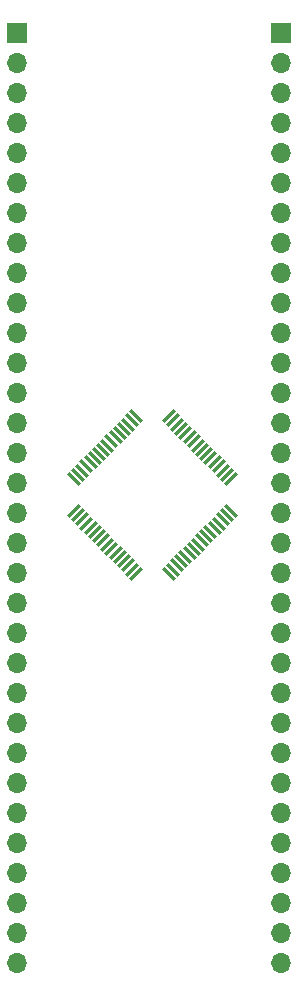
<source format=gbr>
%TF.GenerationSoftware,KiCad,Pcbnew,7.0.5*%
%TF.CreationDate,2023-07-24T11:34:01-05:00*%
%TF.ProjectId,AcoplePic32,41636f70-6c65-4506-9963-33322e6b6963,rev?*%
%TF.SameCoordinates,Original*%
%TF.FileFunction,Soldermask,Top*%
%TF.FilePolarity,Negative*%
%FSLAX46Y46*%
G04 Gerber Fmt 4.6, Leading zero omitted, Abs format (unit mm)*
G04 Created by KiCad (PCBNEW 7.0.5) date 2023-07-24 11:34:01*
%MOMM*%
%LPD*%
G01*
G04 APERTURE LIST*
G04 Aperture macros list*
%AMRotRect*
0 Rectangle, with rotation*
0 The origin of the aperture is its center*
0 $1 length*
0 $2 width*
0 $3 Rotation angle, in degrees counterclockwise*
0 Add horizontal line*
21,1,$1,$2,0,0,$3*%
G04 Aperture macros list end*
%ADD10R,1.700000X1.700000*%
%ADD11O,1.700000X1.700000*%
%ADD12RotRect,0.279400X1.346200X45.000000*%
%ADD13RotRect,0.279400X1.346200X315.000000*%
G04 APERTURE END LIST*
D10*
%TO.C,J1*%
X110869709Y-51898058D03*
D11*
X110869709Y-54438058D03*
X110869709Y-56978058D03*
X110869709Y-59518058D03*
X110869709Y-62058058D03*
X110869709Y-64598058D03*
X110869709Y-67138058D03*
X110869709Y-69678058D03*
X110869709Y-72218058D03*
X110869709Y-74758058D03*
X110869709Y-77298058D03*
X110869709Y-79838058D03*
X110869709Y-82378058D03*
X110869709Y-84918058D03*
X110869709Y-87458058D03*
X110869709Y-89998058D03*
X110869709Y-92538058D03*
X110869709Y-95078058D03*
X110869709Y-97618058D03*
X110869709Y-100158058D03*
X110869709Y-102698058D03*
X110869709Y-105238058D03*
X110869709Y-107778058D03*
X110869709Y-110318058D03*
X110869709Y-112858058D03*
X110869709Y-115398058D03*
X110869709Y-117938058D03*
X110869709Y-120478058D03*
X110869709Y-123018058D03*
X110869709Y-125558058D03*
X110869709Y-128098058D03*
X110869709Y-130638058D03*
%TD*%
%TO.C,J3*%
X133169709Y-130638058D03*
X133169709Y-128098058D03*
X133169709Y-125558058D03*
X133169709Y-123018058D03*
X133169709Y-120478058D03*
X133169709Y-117938058D03*
X133169709Y-115398058D03*
X133169709Y-112858058D03*
X133169709Y-110318058D03*
X133169709Y-107778058D03*
X133169709Y-105238058D03*
X133169709Y-102698058D03*
X133169709Y-100158058D03*
X133169709Y-97618058D03*
X133169709Y-95078058D03*
X133169709Y-92538058D03*
X133169709Y-89998058D03*
X133169709Y-87458058D03*
X133169709Y-84918058D03*
X133169709Y-82378058D03*
X133169709Y-79838058D03*
X133169709Y-77298058D03*
X133169709Y-74758058D03*
X133169709Y-72218058D03*
X133169709Y-69678058D03*
X133169709Y-67138058D03*
X133169709Y-64598058D03*
X133169709Y-62058058D03*
X133169709Y-59518058D03*
X133169709Y-56978058D03*
X133169709Y-54438058D03*
D10*
X133169709Y-51898058D03*
%TD*%
D12*
%TO.C,U1*%
X120971651Y-84334175D03*
X120618098Y-84687728D03*
X120264544Y-85041282D03*
X119910991Y-85394835D03*
X119557437Y-85748389D03*
X119203884Y-86101942D03*
X118850331Y-86455495D03*
X118496777Y-86809049D03*
X118143224Y-87162602D03*
X117789670Y-87516156D03*
X117436117Y-87869709D03*
X117082564Y-88223262D03*
X116729010Y-88576816D03*
X116375457Y-88930369D03*
X116021903Y-89283923D03*
X115668350Y-89637476D03*
D13*
X115668350Y-92362524D03*
X116021903Y-92716077D03*
X116375457Y-93069631D03*
X116729010Y-93423184D03*
X117082564Y-93776738D03*
X117436117Y-94130291D03*
X117789670Y-94483844D03*
X118143224Y-94837398D03*
X118496777Y-95190951D03*
X118850331Y-95544505D03*
X119203884Y-95898058D03*
X119557437Y-96251611D03*
X119910991Y-96605165D03*
X120264544Y-96958718D03*
X120618098Y-97312272D03*
X120971651Y-97665825D03*
D12*
X123696699Y-97665825D03*
X124050252Y-97312272D03*
X124403806Y-96958718D03*
X124757359Y-96605165D03*
X125110913Y-96251611D03*
X125464466Y-95898058D03*
X125818019Y-95544505D03*
X126171573Y-95190951D03*
X126525126Y-94837398D03*
X126878680Y-94483844D03*
X127232233Y-94130291D03*
X127585786Y-93776738D03*
X127939340Y-93423184D03*
X128292893Y-93069631D03*
X128646447Y-92716077D03*
X129000000Y-92362524D03*
D13*
X129000000Y-89637476D03*
X128646447Y-89283923D03*
X128292893Y-88930369D03*
X127939340Y-88576816D03*
X127585786Y-88223262D03*
X127232233Y-87869709D03*
X126878680Y-87516156D03*
X126525126Y-87162602D03*
X126171573Y-86809049D03*
X125818019Y-86455495D03*
X125464466Y-86101942D03*
X125110913Y-85748389D03*
X124757359Y-85394835D03*
X124403806Y-85041282D03*
X124050252Y-84687728D03*
X123696699Y-84334175D03*
%TD*%
M02*

</source>
